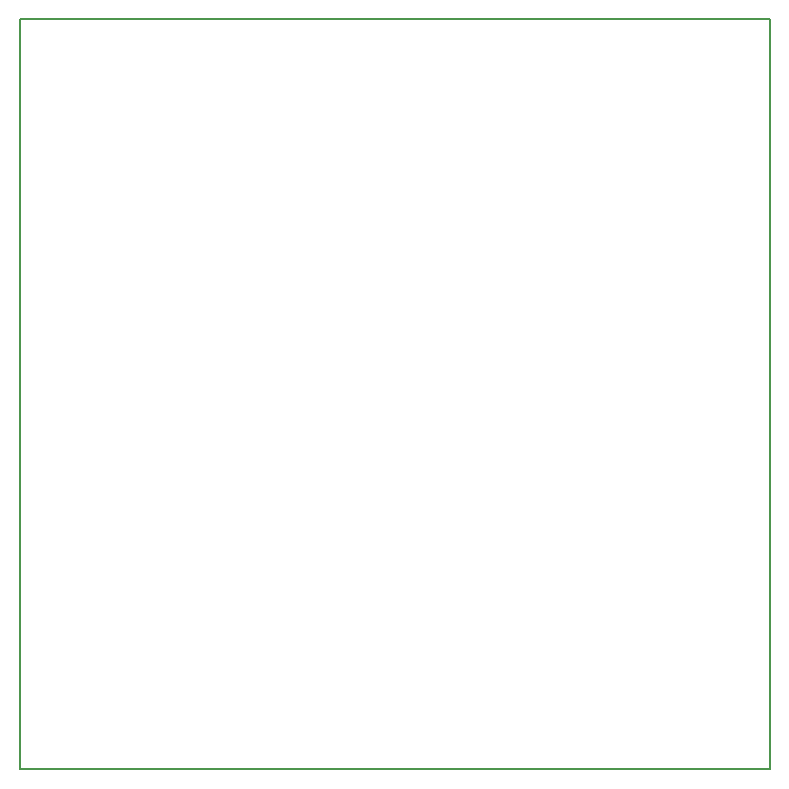
<source format=gm1>
G04 start of page 5 for group 6 idx 6 *
G04 Title: (unknown), outline *
G04 Creator: pcb 4.0.2 *
G04 CreationDate: Mon Dec  4 09:33:05 2017 UTC *
G04 For: janik *
G04 Format: Gerber/RS-274X *
G04 PCB-Dimensions (mm): 63.50 63.50 *
G04 PCB-Coordinate-Origin: lower left *
%MOMM*%
%FSLAX43Y43*%
%LNGM1*%
%ADD71C,0.152*%
G54D71*X0Y63500D02*Y0D01*
X63500D01*
Y63500D01*
X0D01*
M02*

</source>
